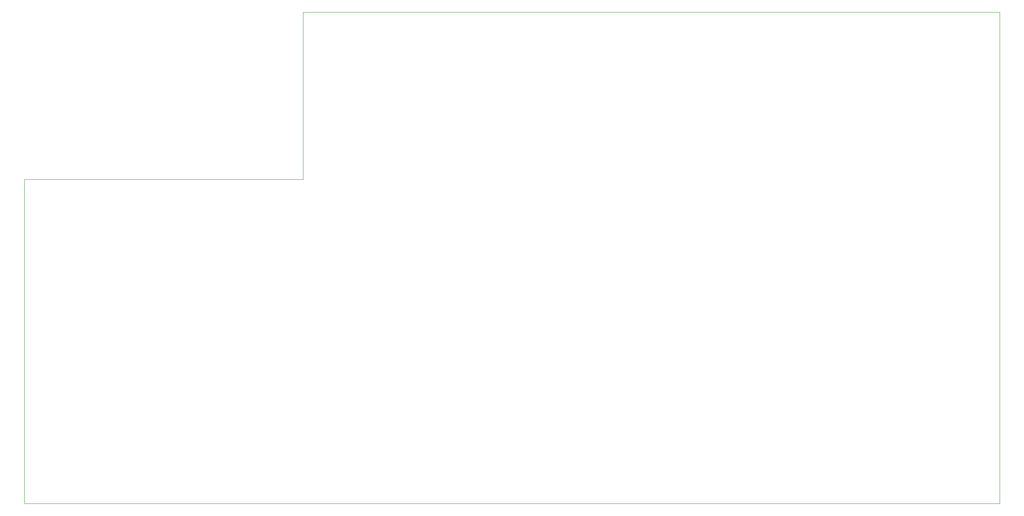
<source format=gbr>
%TF.GenerationSoftware,KiCad,Pcbnew,(5.1.10)-1*%
%TF.CreationDate,2021-10-30T12:18:14-04:00*%
%TF.ProjectId,Control Board,436f6e74-726f-46c2-9042-6f6172642e6b,rev?*%
%TF.SameCoordinates,Original*%
%TF.FileFunction,Profile,NP*%
%FSLAX46Y46*%
G04 Gerber Fmt 4.6, Leading zero omitted, Abs format (unit mm)*
G04 Created by KiCad (PCBNEW (5.1.10)-1) date 2021-10-30 12:18:14*
%MOMM*%
%LPD*%
G01*
G04 APERTURE LIST*
%TA.AperFunction,Profile*%
%ADD10C,0.050000*%
%TD*%
G04 APERTURE END LIST*
D10*
X33010000Y-60905500D02*
X93010000Y-60905500D01*
X93010000Y-24905500D02*
X93010000Y-60905500D01*
X33010000Y-130905500D02*
X243010000Y-130905500D01*
X33010000Y-60905500D02*
X33010000Y-130905500D01*
X243010000Y-24905500D02*
X93010000Y-24905500D01*
X243010000Y-24905500D02*
X243010000Y-130905500D01*
M02*

</source>
